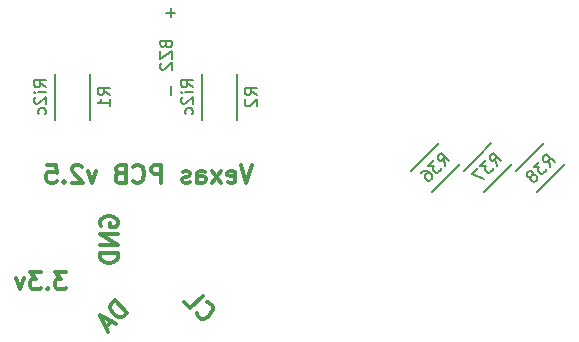
<source format=gbr>
G04 #@! TF.GenerationSoftware,KiCad,Pcbnew,5.0.2+dfsg1-1~bpo9+1*
G04 #@! TF.CreationDate,2021-02-20T06:45:02-05:00*
G04 #@! TF.ProjectId,vexas,76657861-732e-46b6-9963-61645f706362,rev?*
G04 #@! TF.SameCoordinates,Original*
G04 #@! TF.FileFunction,Legend,Bot*
G04 #@! TF.FilePolarity,Positive*
%FSLAX46Y46*%
G04 Gerber Fmt 4.6, Leading zero omitted, Abs format (unit mm)*
G04 Created by KiCad (PCBNEW 5.0.2+dfsg1-1~bpo9+1) date Sat 20 Feb 2021 06:45:02 AM EST*
%MOMM*%
%LPD*%
G01*
G04 APERTURE LIST*
%ADD10C,0.300000*%
%ADD11C,0.150000*%
G04 APERTURE END LIST*
D10*
X220085714Y-74078571D02*
X219585714Y-75578571D01*
X219085714Y-74078571D01*
X218014285Y-75507142D02*
X218157142Y-75578571D01*
X218442857Y-75578571D01*
X218585714Y-75507142D01*
X218657142Y-75364285D01*
X218657142Y-74792857D01*
X218585714Y-74650000D01*
X218442857Y-74578571D01*
X218157142Y-74578571D01*
X218014285Y-74650000D01*
X217942857Y-74792857D01*
X217942857Y-74935714D01*
X218657142Y-75078571D01*
X217442857Y-75578571D02*
X216657142Y-74578571D01*
X217442857Y-74578571D02*
X216657142Y-75578571D01*
X215442857Y-75578571D02*
X215442857Y-74792857D01*
X215514285Y-74650000D01*
X215657142Y-74578571D01*
X215942857Y-74578571D01*
X216085714Y-74650000D01*
X215442857Y-75507142D02*
X215585714Y-75578571D01*
X215942857Y-75578571D01*
X216085714Y-75507142D01*
X216157142Y-75364285D01*
X216157142Y-75221428D01*
X216085714Y-75078571D01*
X215942857Y-75007142D01*
X215585714Y-75007142D01*
X215442857Y-74935714D01*
X214800000Y-75507142D02*
X214657142Y-75578571D01*
X214371428Y-75578571D01*
X214228571Y-75507142D01*
X214157142Y-75364285D01*
X214157142Y-75292857D01*
X214228571Y-75150000D01*
X214371428Y-75078571D01*
X214585714Y-75078571D01*
X214728571Y-75007142D01*
X214800000Y-74864285D01*
X214800000Y-74792857D01*
X214728571Y-74650000D01*
X214585714Y-74578571D01*
X214371428Y-74578571D01*
X214228571Y-74650000D01*
X212371428Y-75578571D02*
X212371428Y-74078571D01*
X211800000Y-74078571D01*
X211657142Y-74150000D01*
X211585714Y-74221428D01*
X211514285Y-74364285D01*
X211514285Y-74578571D01*
X211585714Y-74721428D01*
X211657142Y-74792857D01*
X211800000Y-74864285D01*
X212371428Y-74864285D01*
X210014285Y-75435714D02*
X210085714Y-75507142D01*
X210300000Y-75578571D01*
X210442857Y-75578571D01*
X210657142Y-75507142D01*
X210800000Y-75364285D01*
X210871428Y-75221428D01*
X210942857Y-74935714D01*
X210942857Y-74721428D01*
X210871428Y-74435714D01*
X210800000Y-74292857D01*
X210657142Y-74150000D01*
X210442857Y-74078571D01*
X210300000Y-74078571D01*
X210085714Y-74150000D01*
X210014285Y-74221428D01*
X208871428Y-74792857D02*
X208657142Y-74864285D01*
X208585714Y-74935714D01*
X208514285Y-75078571D01*
X208514285Y-75292857D01*
X208585714Y-75435714D01*
X208657142Y-75507142D01*
X208800000Y-75578571D01*
X209371428Y-75578571D01*
X209371428Y-74078571D01*
X208871428Y-74078571D01*
X208728571Y-74150000D01*
X208657142Y-74221428D01*
X208585714Y-74364285D01*
X208585714Y-74507142D01*
X208657142Y-74650000D01*
X208728571Y-74721428D01*
X208871428Y-74792857D01*
X209371428Y-74792857D01*
X206871428Y-74578571D02*
X206514285Y-75578571D01*
X206157142Y-74578571D01*
X205657142Y-74221428D02*
X205585714Y-74150000D01*
X205442857Y-74078571D01*
X205085714Y-74078571D01*
X204942857Y-74150000D01*
X204871428Y-74221428D01*
X204800000Y-74364285D01*
X204800000Y-74507142D01*
X204871428Y-74721428D01*
X205728571Y-75578571D01*
X204800000Y-75578571D01*
X204157142Y-75435714D02*
X204085714Y-75507142D01*
X204157142Y-75578571D01*
X204228571Y-75507142D01*
X204157142Y-75435714D01*
X204157142Y-75578571D01*
X202728571Y-74078571D02*
X203442857Y-74078571D01*
X203514285Y-74792857D01*
X203442857Y-74721428D01*
X203300000Y-74650000D01*
X202942857Y-74650000D01*
X202800000Y-74721428D01*
X202728571Y-74792857D01*
X202657142Y-74935714D01*
X202657142Y-75292857D01*
X202728571Y-75435714D01*
X202800000Y-75507142D01*
X202942857Y-75578571D01*
X203300000Y-75578571D01*
X203442857Y-75507142D01*
X203514285Y-75435714D01*
X207276000Y-79248142D02*
X207204571Y-79105285D01*
X207204571Y-78891000D01*
X207276000Y-78676714D01*
X207418857Y-78533857D01*
X207561714Y-78462428D01*
X207847428Y-78391000D01*
X208061714Y-78391000D01*
X208347428Y-78462428D01*
X208490285Y-78533857D01*
X208633142Y-78676714D01*
X208704571Y-78891000D01*
X208704571Y-79033857D01*
X208633142Y-79248142D01*
X208561714Y-79319571D01*
X208061714Y-79319571D01*
X208061714Y-79033857D01*
X208704571Y-79962428D02*
X207204571Y-79962428D01*
X208704571Y-80819571D01*
X207204571Y-80819571D01*
X208704571Y-81533857D02*
X207204571Y-81533857D01*
X207204571Y-81891000D01*
X207276000Y-82105285D01*
X207418857Y-82248142D01*
X207561714Y-82319571D01*
X207847428Y-82391000D01*
X208061714Y-82391000D01*
X208347428Y-82319571D01*
X208490285Y-82248142D01*
X208633142Y-82105285D01*
X208704571Y-81891000D01*
X208704571Y-81533857D01*
X204326857Y-83125571D02*
X203398285Y-83125571D01*
X203898285Y-83697000D01*
X203684000Y-83697000D01*
X203541142Y-83768428D01*
X203469714Y-83839857D01*
X203398285Y-83982714D01*
X203398285Y-84339857D01*
X203469714Y-84482714D01*
X203541142Y-84554142D01*
X203684000Y-84625571D01*
X204112571Y-84625571D01*
X204255428Y-84554142D01*
X204326857Y-84482714D01*
X202755428Y-84482714D02*
X202684000Y-84554142D01*
X202755428Y-84625571D01*
X202826857Y-84554142D01*
X202755428Y-84482714D01*
X202755428Y-84625571D01*
X202184000Y-83125571D02*
X201255428Y-83125571D01*
X201755428Y-83697000D01*
X201541142Y-83697000D01*
X201398285Y-83768428D01*
X201326857Y-83839857D01*
X201255428Y-83982714D01*
X201255428Y-84339857D01*
X201326857Y-84482714D01*
X201398285Y-84554142D01*
X201541142Y-84625571D01*
X201969714Y-84625571D01*
X202112571Y-84554142D01*
X202184000Y-84482714D01*
X200755428Y-83625571D02*
X200398285Y-84625571D01*
X200041142Y-83625571D01*
X215368208Y-86585822D02*
X215368208Y-86686837D01*
X215469223Y-86888868D01*
X215570238Y-86989883D01*
X215772269Y-87090898D01*
X215974299Y-87090898D01*
X216125822Y-87040391D01*
X216378360Y-86888868D01*
X216529883Y-86737345D01*
X216681406Y-86484807D01*
X216731913Y-86333284D01*
X216731913Y-86131253D01*
X216630898Y-85929223D01*
X216529883Y-85828208D01*
X216327852Y-85727192D01*
X216226837Y-85727192D01*
X214307547Y-85727192D02*
X214812624Y-86232269D01*
X215873284Y-85171608D01*
X209492183Y-86615461D02*
X208431522Y-85554801D01*
X208178984Y-85807339D01*
X208077969Y-86009370D01*
X208077969Y-86211400D01*
X208128477Y-86362923D01*
X208280000Y-86615461D01*
X208431522Y-86766984D01*
X208684061Y-86918507D01*
X208835583Y-86969015D01*
X209037614Y-86969015D01*
X209239644Y-86868000D01*
X209492183Y-86615461D01*
X208178984Y-87322568D02*
X207673908Y-87827644D01*
X208583045Y-87524599D02*
X207168832Y-86817492D01*
X207875938Y-88231705D01*
D11*
G04 #@! TO.C,R36*
X237630702Y-74005836D02*
X235295836Y-76340702D01*
X234706731Y-73416731D02*
X233539298Y-74584164D01*
X234706731Y-73416731D02*
X235874164Y-72249298D01*
G04 #@! TO.C,R37*
X242075702Y-74005836D02*
X239740836Y-76340702D01*
X239151731Y-73416731D02*
X237984298Y-74584164D01*
X239151731Y-73416731D02*
X240319164Y-72249298D01*
G04 #@! TO.C,R38*
X246520702Y-74005836D02*
X244185836Y-76340702D01*
X243596731Y-73416731D02*
X242429298Y-74584164D01*
X243596731Y-73416731D02*
X244764164Y-72249298D01*
G04 #@! TO.C,R1*
X203376000Y-66376000D02*
X203376000Y-70276000D01*
X206326000Y-70276000D02*
X206326000Y-66376000D01*
G04 #@! TO.C,R2*
X215822000Y-66376000D02*
X215822000Y-70276000D01*
X218772000Y-70276000D02*
X218772000Y-66376000D01*
G04 #@! TO.C,BZ2*
X212752631Y-63883967D02*
X212800250Y-64026824D01*
X212847869Y-64074443D01*
X212943107Y-64122062D01*
X213085964Y-64122062D01*
X213181202Y-64074443D01*
X213228821Y-64026824D01*
X213276440Y-63931586D01*
X213276440Y-63550634D01*
X212276440Y-63550634D01*
X212276440Y-63883967D01*
X212324060Y-63979205D01*
X212371679Y-64026824D01*
X212466917Y-64074443D01*
X212562155Y-64074443D01*
X212657393Y-64026824D01*
X212705012Y-63979205D01*
X212752631Y-63883967D01*
X212752631Y-63550634D01*
X212276440Y-64455396D02*
X212276440Y-65122062D01*
X213276440Y-64455396D01*
X213276440Y-65122062D01*
X212371679Y-65455396D02*
X212324060Y-65503015D01*
X212276440Y-65598253D01*
X212276440Y-65836348D01*
X212324060Y-65931586D01*
X212371679Y-65979205D01*
X212466917Y-66026824D01*
X212562155Y-66026824D01*
X212705012Y-65979205D01*
X213276440Y-65407777D01*
X213276440Y-66026824D01*
X213177428Y-67437047D02*
X213177428Y-68198952D01*
X213177428Y-60833047D02*
X213177428Y-61594952D01*
X213558380Y-61214000D02*
X212796476Y-61214000D01*
G04 #@! TO.C,R36*
X236374450Y-74165312D02*
X236273435Y-73592893D01*
X236778511Y-73761251D02*
X236071404Y-73054145D01*
X235802030Y-73323519D01*
X235768358Y-73424534D01*
X235768358Y-73491877D01*
X235802030Y-73592893D01*
X235903045Y-73693908D01*
X236004061Y-73727580D01*
X236071404Y-73727580D01*
X236172419Y-73693908D01*
X236441793Y-73424534D01*
X235431641Y-73693908D02*
X234993908Y-74131641D01*
X235498984Y-74165312D01*
X235397969Y-74266328D01*
X235364297Y-74367343D01*
X235364297Y-74434687D01*
X235397969Y-74535702D01*
X235566328Y-74704061D01*
X235667343Y-74737732D01*
X235734687Y-74737732D01*
X235835702Y-74704061D01*
X236037732Y-74502030D01*
X236071404Y-74401015D01*
X236071404Y-74333671D01*
X234387816Y-74737732D02*
X234522503Y-74603045D01*
X234623519Y-74569374D01*
X234690862Y-74569374D01*
X234859221Y-74603045D01*
X235027580Y-74704061D01*
X235296954Y-74973435D01*
X235330625Y-75074450D01*
X235330625Y-75141793D01*
X235296954Y-75242809D01*
X235162267Y-75377496D01*
X235061251Y-75411167D01*
X234993908Y-75411167D01*
X234892893Y-75377496D01*
X234724534Y-75209137D01*
X234690862Y-75108122D01*
X234690862Y-75040778D01*
X234724534Y-74939763D01*
X234859221Y-74805076D01*
X234960236Y-74771404D01*
X235027580Y-74771404D01*
X235128595Y-74805076D01*
G04 #@! TO.C,R37*
X240774450Y-74165312D02*
X240673435Y-73592893D01*
X241178511Y-73761251D02*
X240471404Y-73054145D01*
X240202030Y-73323519D01*
X240168358Y-73424534D01*
X240168358Y-73491877D01*
X240202030Y-73592893D01*
X240303045Y-73693908D01*
X240404061Y-73727580D01*
X240471404Y-73727580D01*
X240572419Y-73693908D01*
X240841793Y-73424534D01*
X239831641Y-73693908D02*
X239393908Y-74131641D01*
X239898984Y-74165312D01*
X239797969Y-74266328D01*
X239764297Y-74367343D01*
X239764297Y-74434687D01*
X239797969Y-74535702D01*
X239966328Y-74704061D01*
X240067343Y-74737732D01*
X240134687Y-74737732D01*
X240235702Y-74704061D01*
X240437732Y-74502030D01*
X240471404Y-74401015D01*
X240471404Y-74333671D01*
X239158206Y-74367343D02*
X238686801Y-74838748D01*
X239696954Y-75242809D01*
G04 #@! TO.C,R38*
X245274450Y-74265312D02*
X245173435Y-73692893D01*
X245678511Y-73861251D02*
X244971404Y-73154145D01*
X244702030Y-73423519D01*
X244668358Y-73524534D01*
X244668358Y-73591877D01*
X244702030Y-73692893D01*
X244803045Y-73793908D01*
X244904061Y-73827580D01*
X244971404Y-73827580D01*
X245072419Y-73793908D01*
X245341793Y-73524534D01*
X244331641Y-73793908D02*
X243893908Y-74231641D01*
X244398984Y-74265312D01*
X244297969Y-74366328D01*
X244264297Y-74467343D01*
X244264297Y-74534687D01*
X244297969Y-74635702D01*
X244466328Y-74804061D01*
X244567343Y-74837732D01*
X244634687Y-74837732D01*
X244735702Y-74804061D01*
X244937732Y-74602030D01*
X244971404Y-74501015D01*
X244971404Y-74433671D01*
X243792893Y-74938748D02*
X243826564Y-74837732D01*
X243826564Y-74770389D01*
X243792893Y-74669374D01*
X243759221Y-74635702D01*
X243658206Y-74602030D01*
X243590862Y-74602030D01*
X243489847Y-74635702D01*
X243355160Y-74770389D01*
X243321488Y-74871404D01*
X243321488Y-74938748D01*
X243355160Y-75039763D01*
X243388832Y-75073435D01*
X243489847Y-75107106D01*
X243557190Y-75107106D01*
X243658206Y-75073435D01*
X243792893Y-74938748D01*
X243893908Y-74905076D01*
X243961251Y-74905076D01*
X244062267Y-74938748D01*
X244196954Y-75073435D01*
X244230625Y-75174450D01*
X244230625Y-75241793D01*
X244196954Y-75342809D01*
X244062267Y-75477496D01*
X243961251Y-75511167D01*
X243893908Y-75511167D01*
X243792893Y-75477496D01*
X243658206Y-75342809D01*
X243624534Y-75241793D01*
X243624534Y-75174450D01*
X243658206Y-75073435D01*
G04 #@! TO.C,R1*
X208003380Y-68159333D02*
X207527190Y-67826000D01*
X208003380Y-67587904D02*
X207003380Y-67587904D01*
X207003380Y-67968857D01*
X207051000Y-68064095D01*
X207098619Y-68111714D01*
X207193857Y-68159333D01*
X207336714Y-68159333D01*
X207431952Y-68111714D01*
X207479571Y-68064095D01*
X207527190Y-67968857D01*
X207527190Y-67587904D01*
X208003380Y-69111714D02*
X208003380Y-68540285D01*
X208003380Y-68826000D02*
X207003380Y-68826000D01*
X207146238Y-68730761D01*
X207241476Y-68635523D01*
X207289095Y-68540285D01*
X202603380Y-67492666D02*
X202127190Y-67159333D01*
X202603380Y-66921238D02*
X201603380Y-66921238D01*
X201603380Y-67302190D01*
X201651000Y-67397428D01*
X201698619Y-67445047D01*
X201793857Y-67492666D01*
X201936714Y-67492666D01*
X202031952Y-67445047D01*
X202079571Y-67397428D01*
X202127190Y-67302190D01*
X202127190Y-66921238D01*
X202603380Y-67921238D02*
X201936714Y-67921238D01*
X201603380Y-67921238D02*
X201651000Y-67873619D01*
X201698619Y-67921238D01*
X201651000Y-67968857D01*
X201603380Y-67921238D01*
X201698619Y-67921238D01*
X201698619Y-68349809D02*
X201651000Y-68397428D01*
X201603380Y-68492666D01*
X201603380Y-68730761D01*
X201651000Y-68826000D01*
X201698619Y-68873619D01*
X201793857Y-68921238D01*
X201889095Y-68921238D01*
X202031952Y-68873619D01*
X202603380Y-68302190D01*
X202603380Y-68921238D01*
X202555761Y-69778380D02*
X202603380Y-69683142D01*
X202603380Y-69492666D01*
X202555761Y-69397428D01*
X202508142Y-69349809D01*
X202412904Y-69302190D01*
X202127190Y-69302190D01*
X202031952Y-69349809D01*
X201984333Y-69397428D01*
X201936714Y-69492666D01*
X201936714Y-69683142D01*
X201984333Y-69778380D01*
G04 #@! TO.C,R2*
X220449380Y-68159333D02*
X219973190Y-67826000D01*
X220449380Y-67587904D02*
X219449380Y-67587904D01*
X219449380Y-67968857D01*
X219497000Y-68064095D01*
X219544619Y-68111714D01*
X219639857Y-68159333D01*
X219782714Y-68159333D01*
X219877952Y-68111714D01*
X219925571Y-68064095D01*
X219973190Y-67968857D01*
X219973190Y-67587904D01*
X219544619Y-68540285D02*
X219497000Y-68587904D01*
X219449380Y-68683142D01*
X219449380Y-68921238D01*
X219497000Y-69016476D01*
X219544619Y-69064095D01*
X219639857Y-69111714D01*
X219735095Y-69111714D01*
X219877952Y-69064095D01*
X220449380Y-68492666D01*
X220449380Y-69111714D01*
X215049380Y-67492666D02*
X214573190Y-67159333D01*
X215049380Y-66921238D02*
X214049380Y-66921238D01*
X214049380Y-67302190D01*
X214097000Y-67397428D01*
X214144619Y-67445047D01*
X214239857Y-67492666D01*
X214382714Y-67492666D01*
X214477952Y-67445047D01*
X214525571Y-67397428D01*
X214573190Y-67302190D01*
X214573190Y-66921238D01*
X215049380Y-67921238D02*
X214382714Y-67921238D01*
X214049380Y-67921238D02*
X214097000Y-67873619D01*
X214144619Y-67921238D01*
X214097000Y-67968857D01*
X214049380Y-67921238D01*
X214144619Y-67921238D01*
X214144619Y-68349809D02*
X214097000Y-68397428D01*
X214049380Y-68492666D01*
X214049380Y-68730761D01*
X214097000Y-68826000D01*
X214144619Y-68873619D01*
X214239857Y-68921238D01*
X214335095Y-68921238D01*
X214477952Y-68873619D01*
X215049380Y-68302190D01*
X215049380Y-68921238D01*
X215001761Y-69778380D02*
X215049380Y-69683142D01*
X215049380Y-69492666D01*
X215001761Y-69397428D01*
X214954142Y-69349809D01*
X214858904Y-69302190D01*
X214573190Y-69302190D01*
X214477952Y-69349809D01*
X214430333Y-69397428D01*
X214382714Y-69492666D01*
X214382714Y-69683142D01*
X214430333Y-69778380D01*
G04 #@! TD*
M02*

</source>
